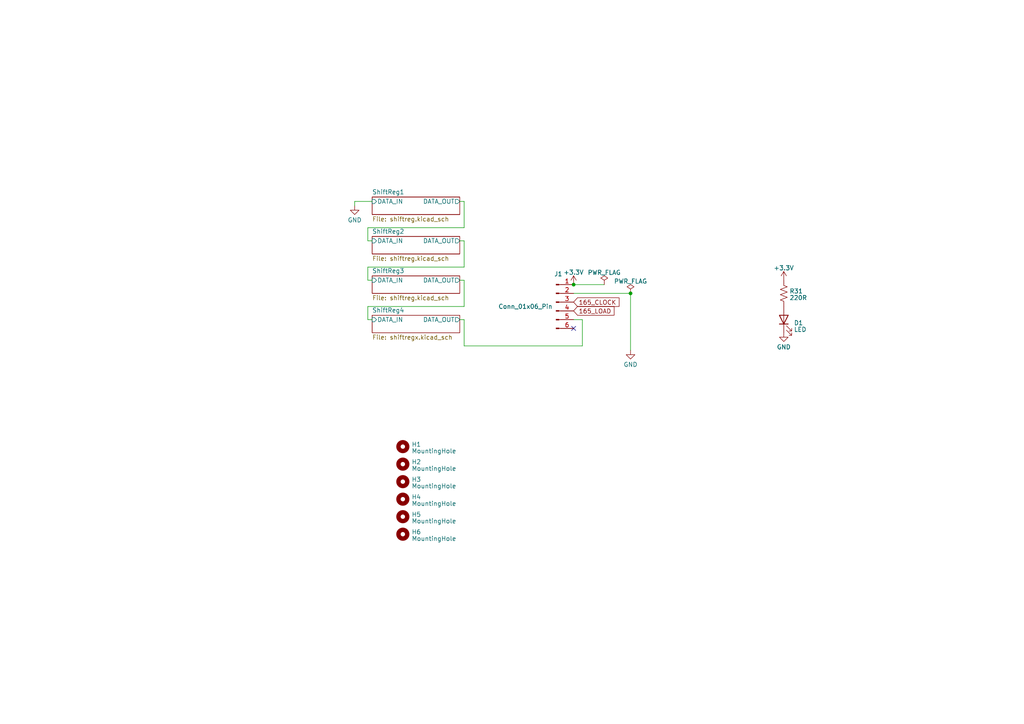
<source format=kicad_sch>
(kicad_sch (version 20230121) (generator eeschema)
  (paper "A4")
  (lib_symbols
    (symbol "Connector:Conn_01x06_Pin" (pin_names (offset 1.016) hide)
      (property "Reference" "J" (at 0 7.62 0))
      (property "Value" "Conn_01x06_Pin" (at 0 -10.16 0))
      (symbol "Conn_01x06_Pin_1_1"
        (polyline (pts (xy 1.27 -7.62) (xy 0.8636 -7.62)) (stroke (width 0.1524)))
        (polyline (pts (xy 1.27 -5.08) (xy 0.8636 -5.08)) (stroke (width 0.1524)))
        (polyline (pts (xy 1.27 -2.54) (xy 0.8636 -2.54)) (stroke (width 0.1524)))
        (polyline (pts (xy 1.27 0) (xy 0.8636 0)) (stroke (width 0.1524)))
        (polyline (pts (xy 1.27 2.54) (xy 0.8636 2.54)) (stroke (width 0.1524)))
        (polyline (pts (xy 1.27 5.08) (xy 0.8636 5.08)) (stroke (width 0.1524)))
        (rectangle (start 0.8636 -7.493) (end 0 -7.747) (stroke (width 0.1524)) (fill (type outline)))
        (rectangle (start 0.8636 -4.953) (end 0 -5.207) (stroke (width 0.1524)) (fill (type outline)))
        (rectangle (start 0.8636 -2.413) (end 0 -2.667) (stroke (width 0.1524)) (fill (type outline)))
        (rectangle (start 0.8636 0.127) (end 0 -0.127) (stroke (width 0.1524)) (fill (type outline)))
        (rectangle (start 0.8636 2.667) (end 0 2.413) (stroke (width 0.1524)) (fill (type outline)))
        (rectangle (start 0.8636 5.207) (end 0 4.953) (stroke (width 0.1524)) (fill (type outline)))
        (pin passive line (at 5.08 5.08 180) (length 3.81) (name "Pin_1") (number "1"))
        (pin passive line (at 5.08 2.54 180) (length 3.81) (name "Pin_2") (number "2"))
        (pin passive line (at 5.08 0 180) (length 3.81) (name "Pin_3") (number "3"))
        (pin passive line (at 5.08 -2.54 180) (length 3.81) (name "Pin_4") (number "4"))
        (pin passive line (at 5.08 -5.08 180) (length 3.81) (name "Pin_5") (number "5"))
        (pin passive line (at 5.08 -7.62 180) (length 3.81) (name "Pin_6") (number "6"))
      )
    )
    (symbol "Device:LED" (pin_numbers hide) (pin_names (offset 1.016) hide)
      (property "Reference" "D" (at 0 2.54 0))
      (property "Value" "LED" (at 0 -2.54 0))
      (symbol "LED_0_1"
        (polyline (pts (xy -1.27 -1.27) (xy -1.27 1.27)) (stroke (width 0.254)))
        (polyline (pts (xy -1.27 0) (xy 1.27 0)))
        (polyline (pts (xy 1.27 -1.27) (xy 1.27 1.27) (xy -1.27 0) (xy 1.27 -1.27)) (stroke (width 0.254)))
        (polyline (pts (xy -3.048 -0.762) (xy -4.572 -2.286) (xy -3.81 -2.286) (xy -4.572 -2.286) (xy -4.572 -1.524)))
        (polyline (pts (xy -1.778 -0.762) (xy -3.302 -2.286) (xy -2.54 -2.286) (xy -3.302 -2.286) (xy -3.302 -1.524)))
      )
      (symbol "LED_1_1"
        (pin passive line (at -3.81 0 0) (length 2.54) (name "K") (number "1"))
        (pin passive line (at 3.81 0 180) (length 2.54) (name "A") (number "2"))
      )
    )
    (symbol "Device:R_US" (pin_numbers hide) (pin_names (offset 0))
      (property "Reference" "R" (at 2.54 0 90))
      (property "Value" "R_US" (at -2.54 0 90))
      (symbol "R_US_0_1"
        (polyline (pts (xy 0 -2.286) (xy 0 -2.54)))
        (polyline (pts (xy 0 2.286) (xy 0 2.54)))
        (polyline (pts (xy 0 -0.762) (xy 1.016 -1.143) (xy 0 -1.524) (xy -1.016 -1.905) (xy 0 -2.286)))
        (polyline (pts (xy 0 0.762) (xy 1.016 0.381) (xy 0 0) (xy -1.016 -0.381) (xy 0 -0.762)))
        (polyline (pts (xy 0 2.286) (xy 1.016 1.905) (xy 0 1.524) (xy -1.016 1.143) (xy 0 0.762)))
      )
      (symbol "R_US_1_1"
        (pin passive line (at 0 3.81 270) (length 1.27) (name "~") (number "1"))
        (pin passive line (at 0 -3.81 90) (length 1.27) (name "~") (number "2"))
      )
    )
    (symbol "Mechanical:MountingHole" (pin_names (offset 1.016))
      (property "Reference" "H" (at 0 5.08 0))
      (property "Value" "MountingHole" (at 0 3.175 0))
      (symbol "MountingHole_0_1"
        (circle (center 0 0) (radius 1.27) (stroke (width 1.27)))
      )
    )
    (symbol "power:+3.3V" (power) (pin_names (offset 0))
      (property "Value" "+3.3V" (at 0 3.556 0))
      (symbol "+3.3V_0_1"
        (polyline (pts (xy -0.762 1.27) (xy 0 2.54)))
        (polyline (pts (xy 0 0) (xy 0 2.54)))
        (polyline (pts (xy 0 2.54) (xy 0.762 1.27)))
      )
      (symbol "+3.3V_1_1"
        (pin power_in line (at 0 0 90) (length 0) hide (name "+3.3V") (number "1"))
      )
    )
    (symbol "power:GND" (power) (pin_names (offset 0))
      (property "Value" "GND" (at 0 -3.81 0))
      (symbol "GND_0_1"
        (polyline (pts (xy 0 0) (xy 0 -1.27) (xy 1.27 -1.27) (xy 0 -2.54) (xy -1.27 -1.27) (xy 0 -1.27)))
      )
      (symbol "GND_1_1"
        (pin power_in line (at 0 0 270) (length 0) hide (name "GND") (number "1"))
      )
    )
    (symbol "power:PWR_FLAG" (power) (pin_numbers hide) (pin_names (offset 0) hide)
      (property "Value" "PWR_FLAG" (at 0 3.81 0))
      (symbol "PWR_FLAG_0_0"
        (pin power_out line (at 0 0 90) (length 0) (name "pwr") (number "1"))
      )
      (symbol "PWR_FLAG_0_1"
        (polyline (pts (xy 0 0) (xy 0 1.27) (xy -1.016 1.905) (xy 0 2.54) (xy 1.016 1.905) (xy 0 1.27)))
      )
    )
  )
  (junction (at 182.88 85.09))
  (junction (at 166.37 82.55))
  (no_connect (at 166.37 95.25))
  (wire (pts (xy 134.62 66.04) (xy 106.68 66.04)))
  (wire (pts (xy 102.87 58.42) (xy 102.87 59.69)))
  (wire (pts (xy 134.62 88.9) (xy 106.68 88.9)))
  (wire (pts (xy 134.62 100.33) (xy 168.91 100.33)))
  (wire (pts (xy 168.91 92.71) (xy 166.37 92.71)))
  (wire (pts (xy 182.88 85.09) (xy 182.88 101.6)))
  (wire (pts (xy 102.87 58.42) (xy 107.95 58.42)))
  (wire (pts (xy 133.35 92.71) (xy 134.62 92.71)))
  (wire (pts (xy 134.62 69.85) (xy 134.62 77.47)))
  (wire (pts (xy 106.68 92.71) (xy 107.95 92.71)))
  (wire (pts (xy 166.37 85.09) (xy 182.88 85.09)))
  (wire (pts (xy 106.68 77.47) (xy 106.68 81.28)))
  (wire (pts (xy 134.62 81.28) (xy 134.62 88.9)))
  (wire (pts (xy 106.68 88.9) (xy 106.68 92.71)))
  (wire (pts (xy 166.37 82.55) (xy 175.26 82.55)))
  (wire (pts (xy 133.35 69.85) (xy 134.62 69.85)))
  (wire (pts (xy 106.68 66.04) (xy 106.68 69.85)))
  (wire (pts (xy 133.35 58.42) (xy 134.62 58.42)))
  (wire (pts (xy 106.68 81.28) (xy 107.95 81.28)))
  (wire (pts (xy 134.62 58.42) (xy 134.62 66.04)))
  (wire (pts (xy 134.62 92.71) (xy 134.62 100.33)))
  (wire (pts (xy 168.91 100.33) (xy 168.91 92.71)))
  (wire (pts (xy 133.35 81.28) (xy 134.62 81.28)))
  (wire (pts (xy 106.68 69.85) (xy 107.95 69.85)))
  (wire (pts (xy 134.62 77.47) (xy 106.68 77.47)))
  (global_label "165_LOAD" (shape input) (at 166.37 90.17 0) (property "Intersheetrefs" "${INTERSHEET_REFS}" (effects hide)))
  (global_label "165_CLOCK" (shape input) (at 166.37 87.63 0) (property "Intersheetrefs" "${INTERSHEET_REFS}" (effects hide)))
  (symbol (lib_id "power:PWR_FLAG") (at 182.88 85.09 0) (unit 1)
    (property "Reference" "#FLG02" (effects hide))
    (property "Value" "PWR_FLAG" (at 182.88 81.5881 0))
  )
  (symbol (lib_id "Mechanical:MountingHole") (at 116.84 154.94 0) (unit 1)
    (property "Reference" "H6" (at 119.38 154.2963 0) (effects (justify left)))
    (property "Value" "MountingHole" (at 119.38 156.2173 0) (effects (justify left)))
    (property "Footprint" "Bjarkar:MountingHole_2.2mm_M2_countersunk" (effects hide))
  )
  (symbol (lib_id "power:+3.3V") (at 166.37 82.55 0) (unit 1)
    (property "Reference" "#PWR02" (effects hide))
    (property "Value" "+3.3V" (at 166.37 78.994 0))
  )
  (symbol (lib_id "Device:R_US") (at 227.33 85.09 0) (unit 1)
    (property "Reference" "R31" (at 228.981 84.4463 0) (effects (justify left)))
    (property "Value" "220R" (at 228.981 86.3673 0) (effects (justify left)))
    (property "Footprint" "Resistor_SMD:R_0603_1608Metric" (effects hide))
  )
  (symbol (lib_id "Device:LED") (at 227.33 92.71 90) (unit 1)
    (property "Reference" "D1" (at 230.251 93.6538 90) (effects (justify right)))
    (property "Value" "LED" (at 230.251 95.5748 90) (effects (justify right)))
    (property "Footprint" "LED_SMD:LED_0805_2012Metric" (effects hide))
  )
  (symbol (lib_id "power:+3.3V") (at 227.33 81.28 0) (unit 1)
    (property "Reference" "#PWR012" (effects hide))
    (property "Value" "+3.3V" (at 227.33 77.724 0))
  )
  (symbol (lib_id "Mechanical:MountingHole") (at 116.84 139.7 0) (unit 1)
    (property "Reference" "H3" (at 119.38 139.0563 0) (effects (justify left)))
    (property "Value" "MountingHole" (at 119.38 140.9773 0) (effects (justify left)))
    (property "Footprint" "Bjarkar:MountingHole_2.2mm_M2_countersunk" (effects hide))
  )
  (symbol (lib_id "power:PWR_FLAG") (at 175.26 82.55 0) (unit 1)
    (property "Reference" "#FLG01" (effects hide))
    (property "Value" "PWR_FLAG" (at 175.26 79.0481 0))
  )
  (symbol (lib_id "Connector:Conn_01x06_Pin") (at 161.29 87.63 0) (unit 1)
    (property "Reference" "J1" (at 161.925 79.4639 0))
    (property "Value" "Conn_01x06_Pin" (at 152.4 88.9 0))
    (property "Footprint" "Bjarkar:jst zh fretboard connector" (effects hide))
  )
  (symbol (lib_id "Mechanical:MountingHole") (at 116.84 134.62 0) (unit 1)
    (property "Reference" "H2" (at 119.38 133.9763 0) (effects (justify left)))
    (property "Value" "MountingHole" (at 119.38 135.8973 0) (effects (justify left)))
    (property "Footprint" "Bjarkar:MountingHole_2.2mm_M2_countersunk" (effects hide))
  )
  (symbol (lib_id "power:GND") (at 182.88 101.6 0) (unit 1)
    (property "Reference" "#PWR03" (effects hide))
    (property "Value" "GND" (at 182.88 105.7355 0))
  )
  (symbol (lib_id "Mechanical:MountingHole") (at 116.84 129.54 0) (unit 1)
    (property "Reference" "H1" (at 119.38 128.8963 0) (effects (justify left)))
    (property "Value" "MountingHole" (at 119.38 130.8173 0) (effects (justify left)))
    (property "Footprint" "Bjarkar:MountingHole_2.2mm_M2_countersunk" (effects hide))
  )
  (symbol (lib_id "power:GND") (at 227.33 96.52 0) (unit 1)
    (property "Reference" "#PWR013" (effects hide))
    (property "Value" "GND" (at 227.33 100.6555 0))
  )
  (symbol (lib_id "Mechanical:MountingHole") (at 116.84 149.86 0) (unit 1)
    (property "Reference" "H5" (at 119.38 149.2163 0) (effects (justify left)))
    (property "Value" "MountingHole" (at 119.38 151.1373 0) (effects (justify left)))
    (property "Footprint" "Bjarkar:MountingHole_2.2mm_M2_countersunk" (effects hide))
  )
  (symbol (lib_id "power:GND") (at 102.87 59.69 0) (unit 1)
    (property "Reference" "#PWR01" (effects hide))
    (property "Value" "GND" (at 102.87 63.8255 0))
  )
  (symbol (lib_id "Mechanical:MountingHole") (at 116.84 144.78 0) (unit 1)
    (property "Reference" "H4" (at 119.38 144.1363 0) (effects (justify left)))
    (property "Value" "MountingHole" (at 119.38 146.0573 0) (effects (justify left)))
    (property "Footprint" "Bjarkar:MountingHole_2.2mm_M2_countersunk" (effects hide))
  )
  (sheet (at 107.95 57.15) (size 25.4 5.08) (stroke (width 0.1524))
    (property "Sheetname" "ShiftReg1" (at 107.95 56.4384 0) (effects (justify left bottom)))
    (property "Sheetfile" "shiftreg.kicad_sch" (at 107.95 62.8146 0) (effects (justify left top)))
    (pin "DATA_OUT" output (at 133.35 58.42 0))
    (pin "DATA_IN" input (at 107.95 58.42 180))
  )
  (sheet (at 107.95 80.01) (size 25.4 5.08) (stroke (width 0.1524))
    (property "Sheetname" "ShiftReg3" (at 107.95 79.2984 0) (effects (justify left bottom)))
    (property "Sheetfile" "shiftreg.kicad_sch" (at 107.95 85.6746 0) (effects (justify left top)))
    (pin "DATA_OUT" output (at 133.35 81.28 0))
    (pin "DATA_IN" input (at 107.95 81.28 180))
  )
  (sheet (at 107.95 68.58) (size 25.4 5.08) (stroke (width 0.1524))
    (property "Sheetname" "ShiftReg2" (at 107.95 67.8684 0) (effects (justify left bottom)))
    (property "Sheetfile" "shiftreg.kicad_sch" (at 107.95 74.2446 0) (effects (justify left top)))
    (pin "DATA_OUT" output (at 133.35 69.85 0))
    (pin "DATA_IN" input (at 107.95 69.85 180))
  )
  (sheet (at 107.95 91.44) (size 25.4 5.08) (stroke (width 0.1524))
    (property "Sheetname" "ShiftReg4" (at 107.95 90.7284 0) (effects (justify left bottom)))
    (property "Sheetfile" "shiftregx.kicad_sch" (at 107.95 97.1046 0) (effects (justify left top)))
    (pin "DATA_OUT" output (at 133.35 92.71 0))
    (pin "DATA_IN" input (at 107.95 92.71 180))
  )
)
</source>
